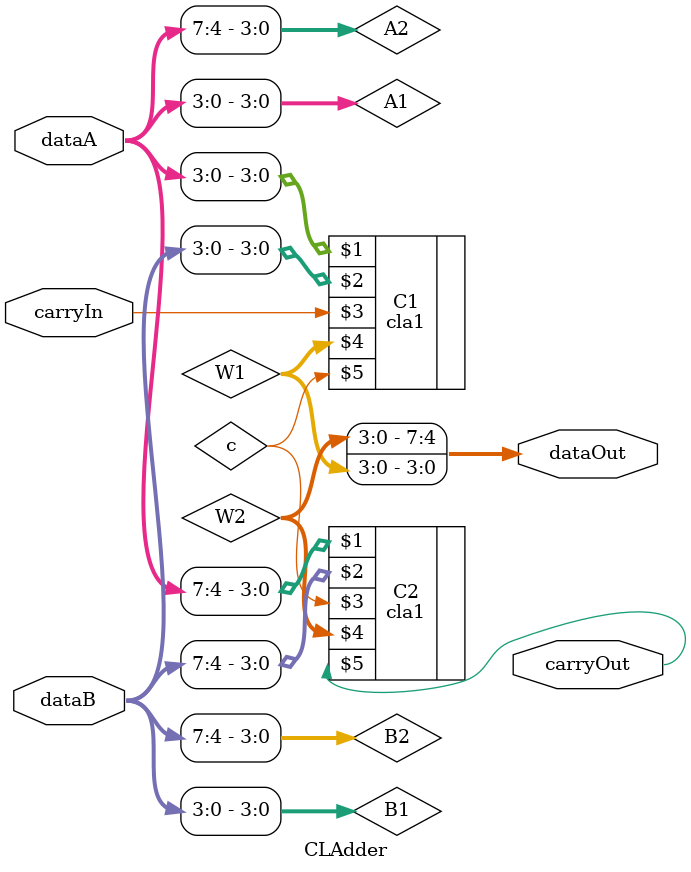
<source format=sv>
`timescale 1ns/1ns
module CLAdder (input [7:0] dataA, dataB, input carryIn, output [7:0] dataOut, output carryOut);
	wire [3:0] A1;
	wire [3:0] A2;
	wire [3:0] B1;
	wire [3:0] B2;
	wire [3:0] W1;
	wire [3:0] W2;
	wire c;
	assign {A2, A1} = dataA;
	assign {B2, B1} = dataB;
	cla1 C1 (A1, B1, carryIn, W1, c);
	cla1 C2 (A2, B2, c, W2, carryOut);
	assign dataOut = {W2, W1};
endmodule
</source>
